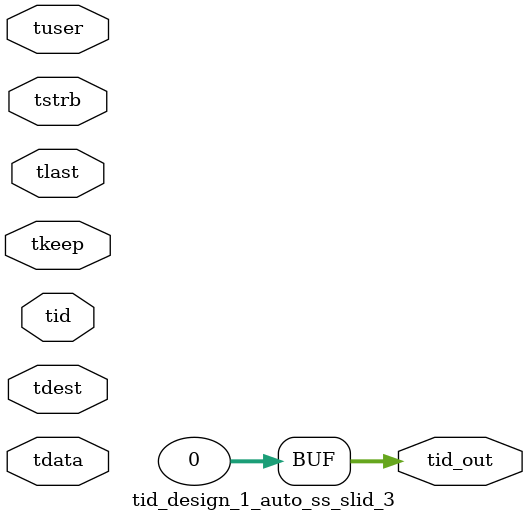
<source format=v>


`timescale 1ps/1ps

module tid_design_1_auto_ss_slid_3 #
(
parameter C_S_AXIS_TID_WIDTH   = 1,
parameter C_S_AXIS_TUSER_WIDTH = 0,
parameter C_S_AXIS_TDATA_WIDTH = 0,
parameter C_S_AXIS_TDEST_WIDTH = 0,
parameter C_M_AXIS_TID_WIDTH   = 32
)
(
input  [(C_S_AXIS_TID_WIDTH   == 0 ? 1 : C_S_AXIS_TID_WIDTH)-1:0       ] tid,
input  [(C_S_AXIS_TDATA_WIDTH == 0 ? 1 : C_S_AXIS_TDATA_WIDTH)-1:0     ] tdata,
input  [(C_S_AXIS_TUSER_WIDTH == 0 ? 1 : C_S_AXIS_TUSER_WIDTH)-1:0     ] tuser,
input  [(C_S_AXIS_TDEST_WIDTH == 0 ? 1 : C_S_AXIS_TDEST_WIDTH)-1:0     ] tdest,
input  [(C_S_AXIS_TDATA_WIDTH/8)-1:0 ] tkeep,
input  [(C_S_AXIS_TDATA_WIDTH/8)-1:0 ] tstrb,
input                                                                    tlast,
output [(C_M_AXIS_TID_WIDTH   == 0 ? 1 : C_M_AXIS_TID_WIDTH)-1:0       ] tid_out
);

assign tid_out = {1'b0};

endmodule


</source>
